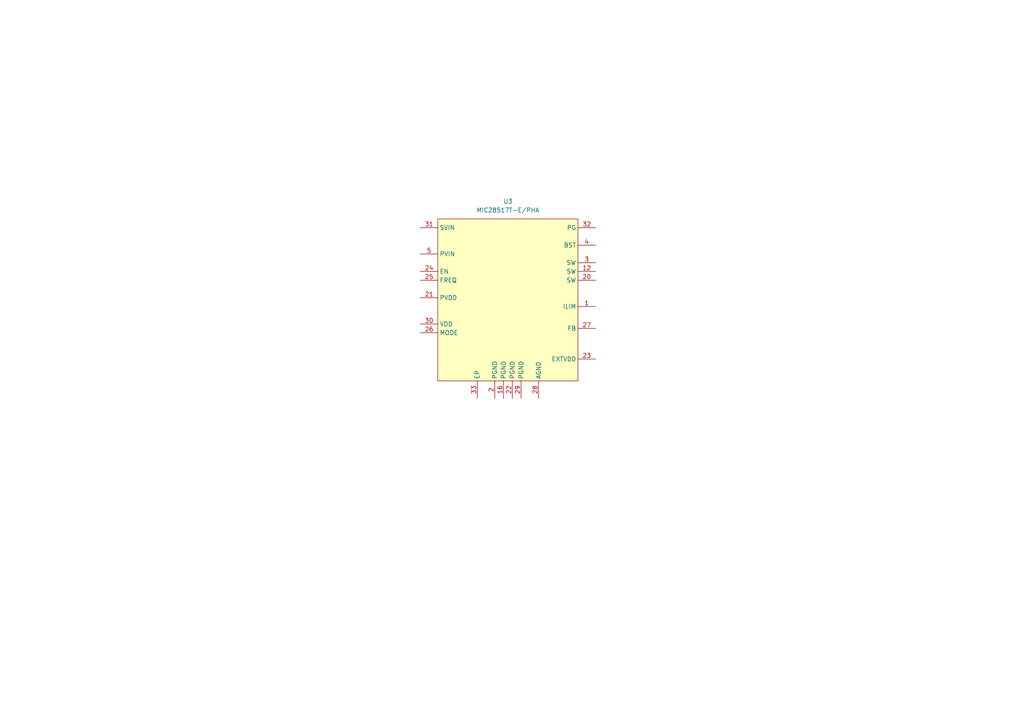
<source format=kicad_sch>
(kicad_sch (version 20250114) (generator "eeschema") (generator_version "9.0")
  (paper "A4")
  (lib_symbols
    (symbol "BR_IC_Regulators:MIC28517T-E/PHA"
      (property "Reference" "U" (at -2.286 -15.748 0))
      (property "Value" "MIC28517T-E/PHA" (at -8.636 -12.7 0))
      (symbol "MIC28517T-E/PHA_1_0"
        (pin power_in line (at -25.4 10.16 0) (length 5.08) (name "SVIN") (number "31"))
        (pin power_in line (at -25.4 2.54 0) (length 5.08) (hide yes) (name "PVIN") (number "10"))
        (pin power_in line (at -25.4 2.54 0) (length 5.08) (hide yes) (name "PVIN") (number "11"))
        (pin power_in line (at -25.4 2.54 0) (length 5.08) (name "PVIN") (number "5"))
        (pin power_in line (at -25.4 2.54 0) (length 5.08) (hide yes) (name "PVIN") (number "6"))
        (pin power_in line (at -25.4 2.54 0) (length 5.08) (hide yes) (name "PVIN") (number "7"))
        (pin power_in line (at -25.4 2.54 0) (length 5.08) (hide yes) (name "PVIN") (number "8"))
        (pin power_in line (at -25.4 2.54 0) (length 5.08) (hide yes) (name "PVIN") (number "9"))
        (pin input line (at -25.4 -2.54 0) (length 5.08) (name "EN") (number "24"))
        (pin input line (at -25.4 -5.08 0) (length 5.08) (name "FREQ") (number "25"))
        (pin power_in line (at -25.4 -10.16 0) (length 5.08) (name "PVDD") (number "21"))
        (pin power_in line (at -25.4 -17.78 0) (length 5.08) (name "VDD") (number "30"))
        (pin input line (at -25.4 -20.32 0) (length 5.08) (name "MODE") (number "26"))
        (pin power_in line (at -8.89 -39.37 90) (length 5.08) (name "EP") (number "33"))
        (pin power_in line (at -3.81 -39.37 90) (length 5.08) (name "PGND") (number "2"))
        (pin power_in line (at -1.27 -39.37 90) (length 5.08) (name "PGND") (number "16"))
        (pin power_in line (at -1.27 -39.37 90) (length 5.08) (hide yes) (name "PGND") (number "17"))
        (pin power_in line (at -1.27 -39.37 90) (length 5.08) (hide yes) (name "PGND") (number "18"))
        (pin power_in line (at -1.27 -39.37 90) (length 5.08) (hide yes) (name "PGND") (number "19"))
        (pin power_in line (at 1.27 -39.37 90) (length 5.08) (name "PGND") (number "22"))
        (pin power_in line (at 3.81 -39.37 90) (length 5.08) (name "PGND") (number "29"))
        (pin power_in line (at 8.89 -39.37 90) (length 5.08) (name "AGND") (number "28"))
        (pin output line (at 25.4 10.16 180) (length 5.08) (name "PG") (number "32"))
        (pin passive line (at 25.4 5.08 180) (length 5.08) (name "BST") (number "4"))
        (pin output line (at 25.4 0 180) (length 5.08) (name "SW") (number "3"))
        (pin output line (at 25.4 -2.54 180) (length 5.08) (name "SW") (number "12"))
        (pin output line (at 25.4 -2.54 180) (length 5.08) (hide yes) (name "SW") (number "13"))
        (pin output line (at 25.4 -2.54 180) (length 5.08) (hide yes) (name "SW") (number "14"))
        (pin output line (at 25.4 -2.54 180) (length 5.08) (hide yes) (name "SW") (number "15"))
        (pin output line (at 25.4 -5.08 180) (length 5.08) (name "SW") (number "20"))
        (pin input line (at 25.4 -12.7 180) (length 5.08) (name "ILIM") (number "1"))
        (pin input line (at 25.4 -19.05 180) (length 5.08) (name "FB") (number "27"))
        (pin power_in line (at 25.4 -27.94 180) (length 5.08) (name "EXTVDD") (number "23"))
      )
      (symbol "MIC28517T-E/PHA_1_1"
        (rectangle (start -20.32 12.7) (end 20.32 -34.29) (fill (type background)))
      )
    )
  )
  (symbol (lib_id "BR_IC_Regulators:MIC28517T-E/PHA") (at 147.32 76.2 0) (unit 1)
    (property "Reference" "U3" (at 147.32 58.42 0))
    (property "Value" "MIC28517T-E/PHA" (at 147.32 60.96 0))
    (property "Footprint" "BR_IC:QFN-32_x6mm_P0.65mm" (effects (hide yes)))
    (property "Datasheet" "https://ww1.microchip.com/downloads/aemDocuments/documents/APID/ProductDocuments/DataSheets/MIC28517-Data-Sheet-DS20006317C.pdf" (effects (hide yes)))
    (property "Description" "Buck Switching Regulator, Adjustable, 8A, 600mV~32V, 4.5V~70V, VQFN-32(6x6)" (effects (hide yes)))
    (property "Manufacturer" "Microchip Technology" (effects (hide yes)))
    (property "Manufacturer Part Num" "MIC28517T-E/PHA" (effects (hide yes)))
    (property "BRE Number" "BRE-001217" (effects (hide yes)))
    (property "Supplier 1" "DigiKey" (effects (hide yes)))
    (property "Supplier Part Num 1" "150-MIC28517T-E/PHACT-ND" (effects (hide yes)))
    (property "Supplier 2" "Mouser" (effects (hide yes)))
    (property "Supplier Part Num 2" "579-MIC28517T-E/PHA" (effects (hide yes)))
    (property "Supplier 3" "JLCPCB" (effects (hide yes)))
    (property "Supplier Part Num 3" "C623943" (effects (hide yes)))
    (property "JLCPCB Part Num" "C623943" (effects (hide yes)))
  )
)
</source>
